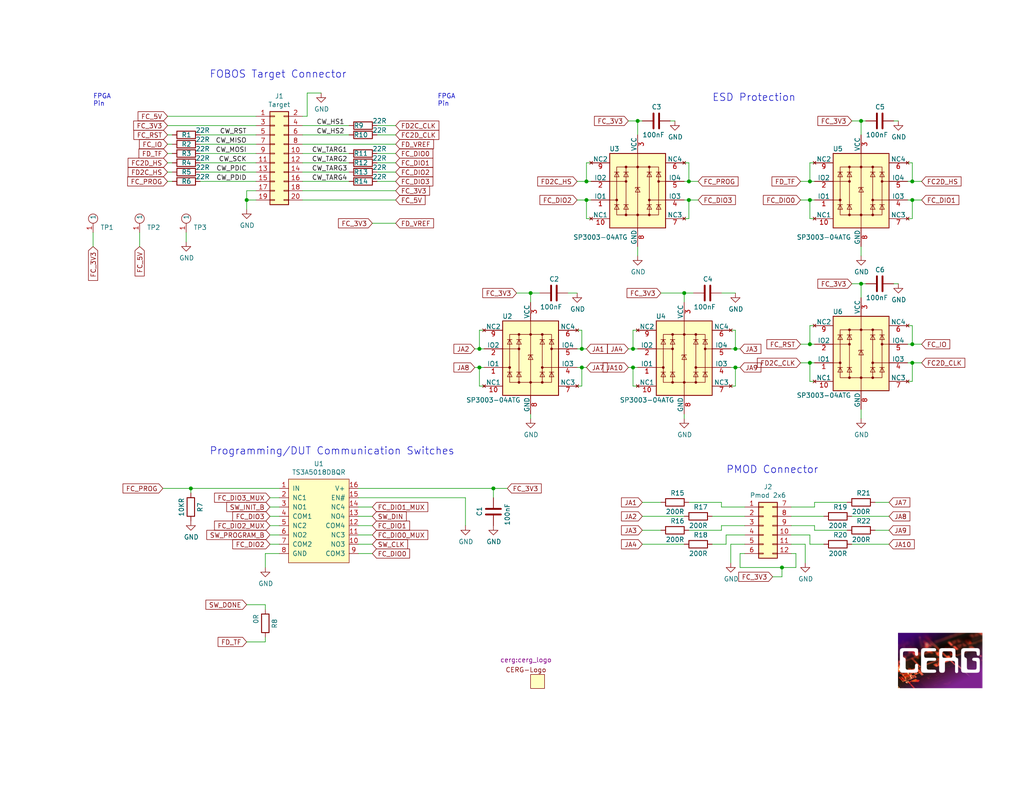
<source format=kicad_sch>
(kicad_sch (version 20230121) (generator eeschema)
  (paper "USLetter")
  (title_block (title "FOBOS Artix-7 a12t DUT - Connectors, IO") (date "2020-07-28") (rev "1.1") (company "Cryptographic Engineering Research Group") (comment 1 "License: Apache License Version 2.0") (comment 2 "Copyright © Cryptographic Engineering Research Group") (comment 3 "Author: Jens-Peter Kaps, Eddie Ferrufino") (comment 4 "Project: FOBOS Artix-7 a12t DUT"))
  (lib_symbols
    (symbol "Connector_Generic:Conn_02x06_Top_Bottom" (pin_names (offset 1.016) hide)
      (property "Reference" "J" (at 1.27 7.62 0))
      (property "Value" "Conn_02x06_Top_Bottom" (at 1.27 -10.16 0))
      (symbol "Conn_02x06_Top_Bottom_1_1"
        (pin passive line (at -5.08 5.08 0) (length 3.81) (name "Pin_1") (number "1"))
        (pin passive line (at 7.62 -2.54 180) (length 3.81) (name "Pin_10") (number "10"))
        (pin passive line (at 7.62 -5.08 180) (length 3.81) (name "Pin_11") (number "11"))
        (pin passive line (at 7.62 -7.62 180) (length 3.81) (name "Pin_12") (number "12"))
        (pin passive line (at -5.08 2.54 0) (length 3.81) (name "Pin_2") (number "2"))
        (pin passive line (at -5.08 0 0) (length 3.81) (name "Pin_3") (number "3"))
        (pin passive line (at -5.08 -2.54 0) (length 3.81) (name "Pin_4") (number "4"))
        (pin passive line (at -5.08 -5.08 0) (length 3.81) (name "Pin_5") (number "5"))
        (pin passive line (at -5.08 -7.62 0) (length 3.81) (name "Pin_6") (number "6"))
        (pin passive line (at 7.62 5.08 180) (length 3.81) (name "Pin_7") (number "7"))
        (pin passive line (at 7.62 2.54 180) (length 3.81) (name "Pin_8") (number "8"))
        (pin passive line (at 7.62 0 180) (length 3.81) (name "Pin_9") (number "9"))
      )
    )
    (symbol "Connector_Generic:Conn_02x10_Odd_Even" (pin_names (offset 1.016) hide)
      (property "Reference" "J" (at 1.27 12.7 0))
      (property "Value" "Conn_02x10_Odd_Even" (at 1.27 -15.24 0))
      (symbol "Conn_02x10_Odd_Even_1_1"
        (pin passive line (at -5.08 10.16 0) (length 3.81) (name "Pin_1") (number "1"))
        (pin passive line (at 7.62 0 180) (length 3.81) (name "Pin_10") (number "10"))
        (pin passive line (at -5.08 -2.54 0) (length 3.81) (name "Pin_11") (number "11"))
        (pin passive line (at 7.62 -2.54 180) (length 3.81) (name "Pin_12") (number "12"))
        (pin passive line (at -5.08 -5.08 0) (length 3.81) (name "Pin_13") (number "13"))
        (pin passive line (at 7.62 -5.08 180) (length 3.81) (name "Pin_14") (number "14"))
        (pin passive line (at -5.08 -7.62 0) (length 3.81) (name "Pin_15") (number "15"))
        (pin passive line (at 7.62 -7.62 180) (length 3.81) (name "Pin_16") (number "16"))
        (pin passive line (at -5.08 -10.16 0) (length 3.81) (name "Pin_17") (number "17"))
        (pin passive line (at 7.62 -10.16 180) (length 3.81) (name "Pin_18") (number "18"))
        (pin passive line (at -5.08 -12.7 0) (length 3.81) (name "Pin_19") (number "19"))
        (pin passive line (at 7.62 10.16 180) (length 3.81) (name "Pin_2") (number "2"))
        (pin passive line (at 7.62 -12.7 180) (length 3.81) (name "Pin_20") (number "20"))
        (pin passive line (at -5.08 7.62 0) (length 3.81) (name "Pin_3") (number "3"))
        (pin passive line (at 7.62 7.62 180) (length 3.81) (name "Pin_4") (number "4"))
        (pin passive line (at -5.08 5.08 0) (length 3.81) (name "Pin_5") (number "5"))
        (pin passive line (at 7.62 5.08 180) (length 3.81) (name "Pin_6") (number "6"))
        (pin passive line (at -5.08 2.54 0) (length 3.81) (name "Pin_7") (number "7"))
        (pin passive line (at 7.62 2.54 180) (length 3.81) (name "Pin_8") (number "8"))
        (pin passive line (at -5.08 0 0) (length 3.81) (name "Pin_9") (number "9"))
      )
    )
    (symbol "Device:C" (pin_numbers hide) (pin_names (offset 0.254))
      (property "Reference" "C" (at 0.635 2.54 0))
      (property "Value" "C" (at 0.635 -2.54 0))
      (symbol "C_1_1"
        (pin passive line (at 0 3.81 270) (length 2.794) (name "~") (number "1"))
        (pin passive line (at 0 -3.81 90) (length 2.794) (name "~") (number "2"))
      )
    )
    (symbol "Device:R" (pin_numbers hide) (pin_names (offset 0))
      (property "Reference" "R" (at 2.032 0 90))
      (property "Value" "R" (at 0 0 90))
      (symbol "R_1_1"
        (pin passive line (at 0 3.81 270) (length 1.27) (name "~") (number "1"))
        (pin passive line (at 0 -3.81 90) (length 1.27) (name "~") (number "2"))
      )
    )
    (symbol "cerg:5281" (pin_names (offset 1.016))
      (property "Reference" "TP" (at 2.54 -3.81 0))
      (property "Value" "5281" (at 3.81 -1.27 0))
      (symbol "5281_1_1"
        (pin passive line (at 0 -2.54 90) (length 2.54) (name "1") (number "1"))
      )
    )
    (symbol "cerg:CERG-logo" (pin_names (offset 1.016) hide)
      (property "Footprint" "cerg:cerg" (at -2.54 4.445 0))
      (symbol "CERG-logo_0_0"
        (text "CERG-Logo" (at 0 1.27 0) (effects (font (size 1.27 1.27))))
      )
      (symbol "CERG-logo_1_1"
        (pin input line (at -1.27 -2.54 0) (length 2.54) hide (name "dummy") (number "1"))
      )
    )
    (symbol "cerg:SP3003-04ATG" (pin_names (offset 0))
      (property "Reference" "U" (at -6.35 11.43 0))
      (property "Value" "SP3003-04ATG" (at 2.54 -11.43 0))
      (symbol "SP3003-04ATG_1_1"
        (pin passive line (at -12.7 2.54 0) (length 5.08) (name "IO1") (number "1"))
        (pin no_connect line (at -12.7 7.62 0) (length 5.08) (name "NC1") (number "10"))
        (pin passive line (at -12.7 -2.54 0) (length 5.08) (name "IO2") (number "2"))
        (pin passive line (at 0 -15.24 90) (length 5.08) (name "VCC") (number "3"))
        (pin passive line (at 12.7 2.54 180) (length 5.08) (name "IO3") (number "4"))
        (pin passive line (at 12.7 -2.54 180) (length 5.08) (name "IO4") (number "5"))
        (pin no_connect line (at 12.7 -7.62 180) (length 5.08) (name "NC4") (number "6"))
        (pin no_connect line (at 12.7 7.62 180) (length 5.08) (name "NC3") (number "7"))
        (pin passive line (at 0 15.24 270) (length 5.08) (name "GND") (number "8"))
        (pin no_connect line (at -12.7 -7.62 0) (length 5.08) (name "NC2") (number "9"))
      )
    )
    (symbol "cerg:TS3A5018DBQR" (pin_names (offset 1.016))
      (property "Reference" "U" (at 7.62 1.27 0))
      (property "Value" "TS3A5018DBQR" (at 7.62 -24.13 0))
      (symbol "TS3A5018DBQR_1_1"
        (pin passive line (at -2.54 -2.54 0) (length 2.54) (name "IN") (number "1"))
        (pin passive line (at 19.05 -17.78 180) (length 2.54) (name "NO3") (number "10"))
        (pin passive line (at 19.05 -15.24 180) (length 2.54) (name "NC3") (number "11"))
        (pin passive line (at 19.05 -12.7 180) (length 2.54) (name "COM4") (number "12"))
        (pin passive line (at 19.05 -10.16 180) (length 2.54) (name "NO4") (number "13"))
        (pin passive line (at 19.05 -7.62 180) (length 2.54) (name "NC4") (number "14"))
        (pin passive line (at 19.05 -5.08 180) (length 2.54) (name "EN#") (number "15"))
        (pin passive line (at 19.05 -2.54 180) (length 2.54) (name "V+") (number "16"))
        (pin passive line (at -2.54 -5.08 0) (length 2.54) (name "NC1") (number "2"))
        (pin passive line (at -2.54 -7.62 0) (length 2.54) (name "NO1") (number "3"))
        (pin passive line (at -2.54 -10.16 0) (length 2.54) (name "COM1") (number "4"))
        (pin passive line (at -2.54 -12.7 0) (length 2.54) (name "NC2") (number "5"))
        (pin passive line (at -2.54 -15.24 0) (length 2.54) (name "NO2") (number "6"))
        (pin passive line (at -2.54 -17.78 0) (length 2.54) (name "COM2") (number "7"))
        (pin passive line (at -2.54 -20.32 0) (length 2.54) (name "GND") (number "8"))
        (pin passive line (at 19.05 -20.32 180) (length 2.54) (name "COM3") (number "9"))
      )
    )
    (symbol "power:GND" (power) (pin_names (offset 0))
      (property "Value" "GND" (at 0 -3.81 0))
      (symbol "GND_1_1"
        (pin power_in line (at 0 0 270) (length 0) hide (name "GND") (number "1"))
      )
    )
  )
  (junction (at 248.92 93.98))
  (junction (at 173.99 33.02))
  (junction (at 200.66 95.25))
  (junction (at 248.92 54.61))
  (junction (at 220.98 93.98))
  (junction (at 248.92 49.53))
  (junction (at 158.75 100.33))
  (junction (at 186.69 80.01))
  (junction (at 52.07 133.35))
  (junction (at 220.98 99.06))
  (junction (at 220.98 49.53))
  (junction (at 248.92 99.06))
  (junction (at 187.96 54.61))
  (junction (at 134.62 133.35))
  (junction (at 144.78 80.01))
  (junction (at 187.96 49.53))
  (junction (at 234.95 77.47))
  (junction (at 213.36 154.94))
  (junction (at 220.98 54.61))
  (junction (at 234.95 33.02))
  (junction (at 67.31 54.61))
  (junction (at 160.02 49.53))
  (junction (at 158.75 95.25))
  (junction (at 130.81 100.33))
  (junction (at 130.81 95.25))
  (junction (at 200.66 100.33))
  (junction (at 172.72 100.33))
  (junction (at 160.02 54.61))
  (junction (at 172.72 95.25))
  (wire (pts (xy 215.9 146.05) (xy 220.98 146.05)))
  (wire (pts (xy 130.81 90.17) (xy 130.81 95.25)))
  (wire (pts (xy 200.66 90.17) (xy 200.66 95.25)))
  (wire (pts (xy 173.99 90.17) (xy 172.72 90.17)))
  (wire (pts (xy 172.72 105.41) (xy 172.72 100.33)))
  (wire (pts (xy 76.2 133.35) (xy 52.07 133.35)))
  (wire (pts (xy 219.71 148.59) (xy 219.71 153.67)))
  (wire (pts (xy 25.4 67.31) (xy 25.4 63.5)))
  (wire (pts (xy 82.55 34.29) (xy 95.25 34.29)))
  (wire (pts (xy 220.98 54.61) (xy 222.25 54.61)))
  (wire (pts (xy 45.72 44.45) (xy 46.99 44.45)))
  (wire (pts (xy 130.81 95.25) (xy 132.08 95.25)))
  (wire (pts (xy 132.08 105.41) (xy 130.81 105.41)))
  (wire (pts (xy 102.87 46.99) (xy 107.95 46.99)))
  (wire (pts (xy 222.25 104.14) (xy 220.98 104.14)))
  (wire (pts (xy 54.61 46.99) (xy 69.85 46.99)))
  (wire (pts (xy 130.81 100.33) (xy 132.08 100.33)))
  (wire (pts (xy 222.25 143.51) (xy 222.25 144.78)))
  (wire (pts (xy 186.69 80.01) (xy 189.23 80.01)))
  (wire (pts (xy 218.44 99.06) (xy 220.98 99.06)))
  (wire (pts (xy 247.65 93.98) (xy 248.92 93.98)))
  (wire (pts (xy 157.48 90.17) (xy 158.75 90.17)))
  (wire (pts (xy 82.55 49.53) (xy 95.25 49.53)))
  (wire (pts (xy 220.98 44.45) (xy 222.25 44.45)))
  (wire (pts (xy 234.95 69.85) (xy 234.95 67.31)))
  (wire (pts (xy 199.39 100.33) (xy 200.66 100.33)))
  (wire (pts (xy 157.48 54.61) (xy 160.02 54.61)))
  (wire (pts (xy 173.99 67.31) (xy 173.99 69.85)))
  (wire (pts (xy 83.82 31.75) (xy 83.82 25.4)))
  (wire (pts (xy 154.94 80.01) (xy 157.48 80.01)))
  (wire (pts (xy 199.39 90.17) (xy 200.66 90.17)))
  (wire (pts (xy 45.72 41.91) (xy 46.99 41.91)))
  (wire (pts (xy 218.44 93.98) (xy 220.98 93.98)))
  (wire (pts (xy 200.66 100.33) (xy 201.93 100.33)))
  (wire (pts (xy 187.96 54.61) (xy 187.96 59.69)))
  (wire (pts (xy 186.69 148.59) (xy 175.26 148.59)))
  (wire (pts (xy 101.6 151.13) (xy 97.79 151.13)))
  (wire (pts (xy 196.85 137.16) (xy 196.85 138.43)))
  (wire (pts (xy 232.41 77.47) (xy 234.95 77.47)))
  (wire (pts (xy 50.8 66.04) (xy 50.8 63.5)))
  (wire (pts (xy 222.25 144.78) (xy 231.14 144.78)))
  (wire (pts (xy 200.66 95.25) (xy 199.39 95.25)))
  (wire (pts (xy 76.2 138.43) (xy 73.66 138.43)))
  (wire (pts (xy 144.78 80.01) (xy 140.97 80.01)))
  (wire (pts (xy 180.34 137.16) (xy 175.26 137.16)))
  (wire (pts (xy 54.61 44.45) (xy 69.85 44.45)))
  (wire (pts (xy 101.6 60.96) (xy 107.95 60.96)))
  (wire (pts (xy 171.45 33.02) (xy 173.99 33.02)))
  (wire (pts (xy 67.31 52.07) (xy 69.85 52.07)))
  (wire (pts (xy 198.12 146.05) (xy 203.2 146.05)))
  (wire (pts (xy 215.9 138.43) (xy 222.25 138.43)))
  (wire (pts (xy 243.84 77.47) (xy 245.11 77.47)))
  (wire (pts (xy 196.85 138.43) (xy 203.2 138.43)))
  (wire (pts (xy 187.96 49.53) (xy 190.5 49.53)))
  (wire (pts (xy 38.1 67.31) (xy 38.1 63.5)))
  (wire (pts (xy 251.46 99.06) (xy 248.92 99.06)))
  (wire (pts (xy 173.99 105.41) (xy 172.72 105.41)))
  (wire (pts (xy 97.79 133.35) (xy 134.62 133.35)))
  (wire (pts (xy 194.31 148.59) (xy 198.12 148.59)))
  (wire (pts (xy 127 135.89) (xy 127 143.51)))
  (wire (pts (xy 102.87 34.29) (xy 107.95 34.29)))
  (wire (pts (xy 247.65 88.9) (xy 248.92 88.9)))
  (wire (pts (xy 102.87 41.91) (xy 107.95 41.91)))
  (wire (pts (xy 218.44 54.61) (xy 220.98 54.61)))
  (wire (pts (xy 248.92 49.53) (xy 251.46 49.53)))
  (wire (pts (xy 134.62 133.35) (xy 138.43 133.35)))
  (wire (pts (xy 67.31 54.61) (xy 69.85 54.61)))
  (wire (pts (xy 196.85 143.51) (xy 203.2 143.51)))
  (wire (pts (xy 54.61 36.83) (xy 69.85 36.83)))
  (wire (pts (xy 217.17 151.13) (xy 215.9 151.13)))
  (wire (pts (xy 144.78 113.03) (xy 144.78 114.3)))
  (wire (pts (xy 215.9 148.59) (xy 219.71 148.59)))
  (wire (pts (xy 247.65 104.14) (xy 248.92 104.14)))
  (wire (pts (xy 76.2 146.05) (xy 73.66 146.05)))
  (wire (pts (xy 186.69 80.01) (xy 180.34 80.01)))
  (wire (pts (xy 248.92 88.9) (xy 248.92 93.98)))
  (wire (pts (xy 220.98 104.14) (xy 220.98 99.06)))
  (wire (pts (xy 54.61 41.91) (xy 69.85 41.91)))
  (wire (pts (xy 186.69 82.55) (xy 186.69 80.01)))
  (wire (pts (xy 213.36 157.48) (xy 213.36 154.94)))
  (wire (pts (xy 72.39 165.1) (xy 67.31 165.1)))
  (wire (pts (xy 194.31 140.97) (xy 203.2 140.97)))
  (wire (pts (xy 82.55 54.61) (xy 107.95 54.61)))
  (wire (pts (xy 45.72 34.29) (xy 69.85 34.29)))
  (wire (pts (xy 132.08 90.17) (xy 130.81 90.17)))
  (wire (pts (xy 101.6 140.97) (xy 97.79 140.97)))
  (wire (pts (xy 232.41 140.97) (xy 242.57 140.97)))
  (wire (pts (xy 101.6 138.43) (xy 97.79 138.43)))
  (wire (pts (xy 97.79 135.89) (xy 127 135.89)))
  (wire (pts (xy 222.25 137.16) (xy 231.14 137.16)))
  (wire (pts (xy 160.02 54.61) (xy 160.02 59.69)))
  (wire (pts (xy 82.55 44.45) (xy 95.25 44.45)))
  (wire (pts (xy 236.22 33.02) (xy 234.95 33.02)))
  (wire (pts (xy 160.02 49.53) (xy 161.29 49.53)))
  (wire (pts (xy 101.6 146.05) (xy 97.79 146.05)))
  (wire (pts (xy 130.81 105.41) (xy 130.81 100.33)))
  (wire (pts (xy 173.99 33.02) (xy 173.99 36.83)))
  (wire (pts (xy 76.2 140.97) (xy 73.66 140.97)))
  (wire (pts (xy 134.62 135.89) (xy 134.62 133.35)))
  (wire (pts (xy 83.82 25.4) (xy 87.63 25.4)))
  (wire (pts (xy 76.2 151.13) (xy 72.39 151.13)))
  (wire (pts (xy 232.41 33.02) (xy 234.95 33.02)))
  (wire (pts (xy 158.75 105.41) (xy 158.75 100.33)))
  (wire (pts (xy 101.6 148.59) (xy 97.79 148.59)))
  (wire (pts (xy 198.12 148.59) (xy 198.12 146.05)))
  (wire (pts (xy 186.69 49.53) (xy 187.96 49.53)))
  (wire (pts (xy 186.69 44.45) (xy 187.96 44.45)))
  (wire (pts (xy 101.6 143.51) (xy 97.79 143.51)))
  (wire (pts (xy 186.69 140.97) (xy 175.26 140.97)))
  (wire (pts (xy 82.55 36.83) (xy 95.25 36.83)))
  (wire (pts (xy 160.02 59.69) (xy 161.29 59.69)))
  (wire (pts (xy 248.92 44.45) (xy 248.92 49.53)))
  (wire (pts (xy 199.39 105.41) (xy 200.66 105.41)))
  (wire (pts (xy 54.61 49.53) (xy 69.85 49.53)))
  (wire (pts (xy 203.2 151.13) (xy 201.93 151.13)))
  (wire (pts (xy 157.48 49.53) (xy 160.02 49.53)))
  (wire (pts (xy 218.44 49.53) (xy 220.98 49.53)))
  (wire (pts (xy 234.95 114.3) (xy 234.95 111.76)))
  (wire (pts (xy 157.48 100.33) (xy 158.75 100.33)))
  (wire (pts (xy 182.88 33.02) (xy 184.15 33.02)))
  (wire (pts (xy 186.69 54.61) (xy 187.96 54.61)))
  (wire (pts (xy 220.98 93.98) (xy 222.25 93.98)))
  (wire (pts (xy 187.96 144.78) (xy 196.85 144.78)))
  (wire (pts (xy 54.61 39.37) (xy 69.85 39.37)))
  (wire (pts (xy 82.55 46.99) (xy 95.25 46.99)))
  (wire (pts (xy 220.98 99.06) (xy 222.25 99.06)))
  (wire (pts (xy 186.69 113.03) (xy 186.69 114.3)))
  (wire (pts (xy 158.75 90.17) (xy 158.75 95.25)))
  (wire (pts (xy 248.92 104.14) (xy 248.92 99.06)))
  (wire (pts (xy 247.65 49.53) (xy 248.92 49.53)))
  (wire (pts (xy 52.07 134.62) (xy 52.07 133.35)))
  (wire (pts (xy 220.98 148.59) (xy 224.79 148.59)))
  (wire (pts (xy 234.95 33.02) (xy 234.95 36.83)))
  (wire (pts (xy 173.99 100.33) (xy 172.72 100.33)))
  (wire (pts (xy 232.41 148.59) (xy 242.57 148.59)))
  (wire (pts (xy 220.98 59.69) (xy 220.98 54.61)))
  (wire (pts (xy 160.02 49.53) (xy 160.02 44.45)))
  (wire (pts (xy 144.78 82.55) (xy 144.78 80.01)))
  (wire (pts (xy 172.72 100.33) (xy 171.45 100.33)))
  (wire (pts (xy 238.76 144.78) (xy 242.57 144.78)))
  (wire (pts (xy 247.65 59.69) (xy 248.92 59.69)))
  (wire (pts (xy 157.48 105.41) (xy 158.75 105.41)))
  (wire (pts (xy 102.87 49.53) (xy 107.95 49.53)))
  (wire (pts (xy 200.66 105.41) (xy 200.66 100.33)))
  (wire (pts (xy 175.26 33.02) (xy 173.99 33.02)))
  (wire (pts (xy 220.98 146.05) (xy 220.98 148.59)))
  (wire (pts (xy 187.96 137.16) (xy 196.85 137.16)))
  (wire (pts (xy 144.78 80.01) (xy 147.32 80.01)))
  (wire (pts (xy 158.75 100.33) (xy 160.02 100.33)))
  (wire (pts (xy 187.96 44.45) (xy 187.96 49.53)))
  (wire (pts (xy 172.72 95.25) (xy 171.45 95.25)))
  (wire (pts (xy 201.93 154.94) (xy 213.36 154.94)))
  (wire (pts (xy 243.84 33.02) (xy 245.11 33.02)))
  (wire (pts (xy 160.02 95.25) (xy 158.75 95.25)))
  (wire (pts (xy 72.39 173.99) (xy 72.39 175.26)))
  (wire (pts (xy 160.02 54.61) (xy 161.29 54.61)))
  (wire (pts (xy 234.95 77.47) (xy 234.95 81.28)))
  (wire (pts (xy 82.55 41.91) (xy 95.25 41.91)))
  (wire (pts (xy 45.72 49.53) (xy 46.99 49.53)))
  (wire (pts (xy 160.02 44.45) (xy 161.29 44.45)))
  (wire (pts (xy 45.72 31.75) (xy 69.85 31.75)))
  (wire (pts (xy 76.2 143.51) (xy 73.66 143.51)))
  (wire (pts (xy 76.2 148.59) (xy 73.66 148.59)))
  (wire (pts (xy 82.55 31.75) (xy 83.82 31.75)))
  (wire (pts (xy 247.65 44.45) (xy 248.92 44.45)))
  (wire (pts (xy 158.75 95.25) (xy 157.48 95.25)))
  (wire (pts (xy 213.36 154.94) (xy 217.17 154.94)))
  (wire (pts (xy 45.72 39.37) (xy 46.99 39.37)))
  (wire (pts (xy 220.98 44.45) (xy 220.98 49.53)))
  (wire (pts (xy 102.87 44.45) (xy 107.95 44.45)))
  (wire (pts (xy 72.39 166.37) (xy 72.39 165.1)))
  (wire (pts (xy 67.31 54.61) (xy 67.31 52.07)))
  (wire (pts (xy 72.39 151.13) (xy 72.39 154.94)))
  (wire (pts (xy 82.55 39.37) (xy 107.95 39.37)))
  (wire (pts (xy 201.93 95.25) (xy 200.66 95.25)))
  (wire (pts (xy 248.92 59.69) (xy 248.92 54.61)))
  (wire (pts (xy 45.72 36.83) (xy 46.99 36.83)))
  (wire (pts (xy 220.98 93.98) (xy 220.98 88.9)))
  (wire (pts (xy 217.17 154.94) (xy 217.17 151.13)))
  (wire (pts (xy 199.39 148.59) (xy 199.39 153.67)))
  (wire (pts (xy 45.72 46.99) (xy 46.99 46.99)))
  (wire (pts (xy 215.9 140.97) (xy 224.79 140.97)))
  (wire (pts (xy 187.96 59.69) (xy 186.69 59.69)))
  (wire (pts (xy 203.2 148.59) (xy 199.39 148.59)))
  (wire (pts (xy 238.76 137.16) (xy 242.57 137.16)))
  (wire (pts (xy 201.93 151.13) (xy 201.93 154.94)))
  (wire (pts (xy 76.2 135.89) (xy 73.66 135.89)))
  (wire (pts (xy 222.25 138.43) (xy 222.25 137.16)))
  (wire (pts (xy 67.31 57.15) (xy 67.31 54.61)))
  (wire (pts (xy 248.92 54.61) (xy 251.46 54.61)))
  (wire (pts (xy 236.22 77.47) (xy 234.95 77.47)))
  (wire (pts (xy 72.39 175.26) (xy 67.31 175.26)))
  (wire (pts (xy 222.25 59.69) (xy 220.98 59.69)))
  (wire (pts (xy 187.96 54.61) (xy 190.5 54.61)))
  (wire (pts (xy 102.87 36.83) (xy 107.95 36.83)))
  (wire (pts (xy 82.55 52.07) (xy 107.95 52.07)))
  (wire (pts (xy 129.54 95.25) (xy 130.81 95.25)))
  (wire (pts (xy 248.92 93.98) (xy 251.46 93.98)))
  (wire (pts (xy 215.9 143.51) (xy 222.25 143.51)))
  (wire (pts (xy 196.85 144.78) (xy 196.85 143.51)))
  (wire (pts (xy 220.98 49.53) (xy 222.25 49.53)))
  (wire (pts (xy 220.98 88.9) (xy 222.25 88.9)))
  (wire (pts (xy 196.85 80.01) (xy 200.66 80.01)))
  (wire (pts (xy 129.54 100.33) (xy 130.81 100.33)))
  (wire (pts (xy 247.65 54.61) (xy 248.92 54.61)))
  (wire (pts (xy 172.72 90.17) (xy 172.72 95.25)))
  (wire (pts (xy 210.82 157.48) (xy 213.36 157.48)))
  (wire (pts (xy 248.92 99.06) (xy 247.65 99.06)))
  (wire (pts (xy 172.72 95.25) (xy 173.99 95.25)))
  (wire (pts (xy 44.45 133.35) (xy 52.07 133.35)))
  (wire (pts (xy 180.34 144.78) (xy 175.26 144.78)))
  (image (at 256.54 180.34) (scale 0.85))
  (text "Programming/DUT Communication Switches" (at 57.15 124.46 0) (effects (font (size 2.0066 2.0066)) (justify left bottom)))
  (text "FPGA\nPin" (at 119.38 29.21 0) (effects (font (size 1.27 1.27)) (justify left bottom)))
  (text "ESD Protection" (at 194.31 27.94 0) (effects (font (size 2.0066 2.0066)) (justify left bottom)))
  (text "FPGA\nPin" (at 25.4 29.21 0) (effects (font (size 1.27 1.27)) (justify left bottom)))
  (text "PMOD Connector" (at 198.12 129.54 0) (effects (font (size 2.0066 2.0066)) (justify left bottom)))
  (text "FOBOS Target Connector" (at 57.15 21.59 0) (effects (font (size 2.0066 2.0066)) (justify left bottom)))
  (label "CW_TARG2" (at 85.09 44.45 0))
  (label "CW_RST" (at 67.31 36.83 180))
  (label "CW_TARG1" (at 85.09 41.91 0))
  (label "CW_HS2" (at 86.36 36.83 0))
  (label "CW_TARG4" (at 85.09 49.53 0))
  (label "CW_SCK" (at 67.31 44.45 180))
  (label "CW_MOSI" (at 67.31 41.91 180))
  (label "CW_MISO" (at 67.31 39.37 180))
  (label "CW_PDID" (at 67.31 49.53 180))
  (label "CW_PDIC" (at 67.31 46.99 180))
  (label "CW_TARG3" (at 85.09 46.99 0))
  (label "CW_HS1" (at 86.36 34.29 0))
  (global_label "FC_3V3" (shape input) (at 45.72 34.29 180) (property "Intersheetrefs" "${INTERSHEET_REFS}" (effects hide)))
  (global_label "JA8" (shape input) (at 242.57 140.97 0) (property "Intersheetrefs" "${INTERSHEET_REFS}" (effects hide)))
  (global_label "FC2D_HS" (shape input) (at 251.46 49.53 0) (property "Intersheetrefs" "${INTERSHEET_REFS}" (effects hide)))
  (global_label "FC_IO" (shape input) (at 45.72 39.37 180) (property "Intersheetrefs" "${INTERSHEET_REFS}" (effects hide)))
  (global_label "FC_3V3" (shape input) (at 210.82 157.48 180) (property "Intersheetrefs" "${INTERSHEET_REFS}" (effects hide)))
  (global_label "JA10" (shape input) (at 242.57 148.59 0) (property "Intersheetrefs" "${INTERSHEET_REFS}" (effects hide)))
  (global_label "FC_PROG" (shape input) (at 44.45 133.35 180) (property "Intersheetrefs" "${INTERSHEET_REFS}" (effects hide)))
  (global_label "JA4" (shape input) (at 171.45 95.25 180) (property "Intersheetrefs" "${INTERSHEET_REFS}" (effects hide)))
  (global_label "JA1" (shape input) (at 175.26 137.16 180) (property "Intersheetrefs" "${INTERSHEET_REFS}" (effects hide)))
  (global_label "FC_3V3" (shape input) (at 107.95 52.07 0) (property "Intersheetrefs" "${INTERSHEET_REFS}" (effects hide)))
  (global_label "FC_3V3" (shape input) (at 101.6 60.96 180) (property "Intersheetrefs" "${INTERSHEET_REFS}" (effects hide)))
  (global_label "FC_3V3" (shape input) (at 171.45 33.02 180) (property "Intersheetrefs" "${INTERSHEET_REFS}" (effects hide)))
  (global_label "FC_DIO0_MUX" (shape input) (at 101.6 146.05 0) (property "Intersheetrefs" "${INTERSHEET_REFS}" (effects hide)))
  (global_label "FC_IO" (shape input) (at 251.46 93.98 0) (property "Intersheetrefs" "${INTERSHEET_REFS}" (effects hide)))
  (global_label "FC_DIO1" (shape input) (at 107.95 44.45 0) (property "Intersheetrefs" "${INTERSHEET_REFS}" (effects hide)))
  (global_label "FC_RST" (shape input) (at 218.44 93.98 180) (property "Intersheetrefs" "${INTERSHEET_REFS}" (effects hide)))
  (global_label "JA10" (shape input) (at 171.45 100.33 180) (property "Intersheetrefs" "${INTERSHEET_REFS}" (effects hide)))
  (global_label "FC_3V3" (shape input) (at 138.43 133.35 0) (property "Intersheetrefs" "${INTERSHEET_REFS}" (effects hide)))
  (global_label "FC_PROG" (shape input) (at 190.5 49.53 0) (property "Intersheetrefs" "${INTERSHEET_REFS}" (effects hide)))
  (global_label "SW_PROGRAM_B" (shape input) (at 73.66 146.05 180) (property "Intersheetrefs" "${INTERSHEET_REFS}" (effects hide)))
  (global_label "FD2C_CLK" (shape input) (at 218.44 99.06 180) (property "Intersheetrefs" "${INTERSHEET_REFS}" (effects hide)))
  (global_label "JA1" (shape input) (at 160.02 95.25 0) (property "Intersheetrefs" "${INTERSHEET_REFS}" (effects hide)))
  (global_label "FC_5V" (shape input) (at 107.95 54.61 0) (property "Intersheetrefs" "${INTERSHEET_REFS}" (effects hide)))
  (global_label "FC_DIO1" (shape input) (at 101.6 143.51 0) (property "Intersheetrefs" "${INTERSHEET_REFS}" (effects hide)))
  (global_label "FC2D_CLK" (shape input) (at 107.95 36.83 0) (property "Intersheetrefs" "${INTERSHEET_REFS}" (effects hide)))
  (global_label "FD_VREF" (shape input) (at 107.95 39.37 0) (property "Intersheetrefs" "${INTERSHEET_REFS}" (effects hide)))
  (global_label "FC_DIO3" (shape input) (at 190.5 54.61 0) (property "Intersheetrefs" "${INTERSHEET_REFS}" (effects hide)))
  (global_label "FC_PROG" (shape input) (at 45.72 49.53 180) (property "Intersheetrefs" "${INTERSHEET_REFS}" (effects hide)))
  (global_label "FC_DIO3" (shape input) (at 107.95 49.53 0) (property "Intersheetrefs" "${INTERSHEET_REFS}" (effects hide)))
  (global_label "FC_DIO0" (shape input) (at 218.44 54.61 180) (property "Intersheetrefs" "${INTERSHEET_REFS}" (effects hide)))
  (global_label "JA2" (shape input) (at 129.54 95.25 180) (property "Intersheetrefs" "${INTERSHEET_REFS}" (effects hide)))
  (global_label "FC_DIO1_MUX" (shape input) (at 101.6 138.43 0) (property "Intersheetrefs" "${INTERSHEET_REFS}" (effects hide)))
  (global_label "FC_3V3" (shape input) (at 25.4 67.31 270) (property "Intersheetrefs" "${INTERSHEET_REFS}" (effects hide)))
  (global_label "FD_TF" (shape input) (at 67.31 175.26 180) (property "Intersheetrefs" "${INTERSHEET_REFS}" (effects hide)))
  (global_label "FC_DIO2" (shape input) (at 107.95 46.99 0) (property "Intersheetrefs" "${INTERSHEET_REFS}" (effects hide)))
  (global_label "FC_DIO1" (shape input) (at 251.46 54.61 0) (property "Intersheetrefs" "${INTERSHEET_REFS}" (effects hide)))
  (global_label "FD2C_HS" (shape input) (at 45.72 46.99 180) (property "Intersheetrefs" "${INTERSHEET_REFS}" (effects hide)))
  (global_label "JA8" (shape input) (at 129.54 100.33 180) (property "Intersheetrefs" "${INTERSHEET_REFS}" (effects hide)))
  (global_label "FD2C_CLK" (shape input) (at 107.95 34.29 0) (property "Intersheetrefs" "${INTERSHEET_REFS}" (effects hide)))
  (global_label "FC_DIO0" (shape input) (at 101.6 151.13 0) (property "Intersheetrefs" "${INTERSHEET_REFS}" (effects hide)))
  (global_label "FC_3V3" (shape input) (at 180.34 80.01 180) (property "Intersheetrefs" "${INTERSHEET_REFS}" (effects hide)))
  (global_label "SW_CLK" (shape input) (at 101.6 148.59 0) (property "Intersheetrefs" "${INTERSHEET_REFS}" (effects hide)))
  (global_label "FC_3V3" (shape input) (at 140.97 80.01 180) (property "Intersheetrefs" "${INTERSHEET_REFS}" (effects hide)))
  (global_label "FC_DIO3_MUX" (shape input) (at 73.66 135.89 180) (property "Intersheetrefs" "${INTERSHEET_REFS}" (effects hide)))
  (global_label "JA4" (shape input) (at 175.26 148.59 180) (property "Intersheetrefs" "${INTERSHEET_REFS}" (effects hide)))
  (global_label "FC_DIO0" (shape input) (at 107.95 41.91 0) (property "Intersheetrefs" "${INTERSHEET_REFS}" (effects hide)))
  (global_label "FC_5V" (shape input) (at 45.72 31.75 180) (property "Intersheetrefs" "${INTERSHEET_REFS}" (effects hide)))
  (global_label "FC_DIO3" (shape input) (at 73.66 140.97 180) (property "Intersheetrefs" "${INTERSHEET_REFS}" (effects hide)))
  (global_label "JA9" (shape input) (at 242.57 144.78 0) (property "Intersheetrefs" "${INTERSHEET_REFS}" (effects hide)))
  (global_label "FC_DIO2_MUX" (shape input) (at 73.66 143.51 180) (property "Intersheetrefs" "${INTERSHEET_REFS}" (effects hide)))
  (global_label "FC2D_CLK" (shape input) (at 251.46 99.06 0) (property "Intersheetrefs" "${INTERSHEET_REFS}" (effects hide)))
  (global_label "FC_5V" (shape input) (at 38.1 67.31 270) (property "Intersheetrefs" "${INTERSHEET_REFS}" (effects hide)))
  (global_label "FD2C_HS" (shape input) (at 157.48 49.53 180) (property "Intersheetrefs" "${INTERSHEET_REFS}" (effects hide)))
  (global_label "SW_DIN" (shape input) (at 101.6 140.97 0) (property "Intersheetrefs" "${INTERSHEET_REFS}" (effects hide)))
  (global_label "JA9" (shape input) (at 201.93 100.33 0) (property "Intersheetrefs" "${INTERSHEET_REFS}" (effects hide)))
  (global_label "FC_DIO2" (shape input) (at 157.48 54.61 180) (property "Intersheetrefs" "${INTERSHEET_REFS}" (effects hide)))
  (global_label "FC_DIO2" (shape input) (at 73.66 148.59 180) (property "Intersheetrefs" "${INTERSHEET_REFS}" (effects hide)))
  (global_label "FD_VREF" (shape input) (at 107.95 60.96 0) (property "Intersheetrefs" "${INTERSHEET_REFS}" (effects hide)))
  (global_label "FC_3V3" (shape input) (at 232.41 77.47 180) (property "Intersheetrefs" "${INTERSHEET_REFS}" (effects hide)))
  (global_label "JA3" (shape input) (at 201.93 95.25 0) (property "Intersheetrefs" "${INTERSHEET_REFS}" (effects hide)))
  (global_label "FC2D_HS" (shape input) (at 45.72 44.45 180) (property "Intersheetrefs" "${INTERSHEET_REFS}" (effects hide)))
  (global_label "SW_INIT_B" (shape input) (at 73.66 138.43 180) (property "Intersheetrefs" "${INTERSHEET_REFS}" (effects hide)))
  (global_label "FC_3V3" (shape input) (at 232.41 33.02 180) (property "Intersheetrefs" "${INTERSHEET_REFS}" (effects hide)))
  (global_label "FD_TF" (shape input) (at 45.72 41.91 180) (property "Intersheetrefs" "${INTERSHEET_REFS}" (effects hide)))
  (global_label "FC_RST" (shape input) (at 45.72 36.83 180) (property "Intersheetrefs" "${INTERSHEET_REFS}" (effects hide)))
  (global_label "JA7" (shape input) (at 160.02 100.33 0) (property "Intersheetrefs" "${INTERSHEET_REFS}" (effects hide)))
  (global_label "SW_DONE" (shape input) (at 67.31 165.1 180) (property "Intersheetrefs" "${INTERSHEET_REFS}" (effects hide)))
  (global_label "FD_TF" (shape input) (at 218.44 49.53 180) (property "Intersheetrefs" "${INTERSHEET_REFS}" (effects hide)))
  (global_label "JA3" (shape input) (at 175.26 144.78 180) (property "Intersheetrefs" "${INTERSHEET_REFS}" (effects hide)))
  (global_label "JA7" (shape input) (at 242.57 137.16 0) (property "Intersheetrefs" "${INTERSHEET_REFS}" (effects hide)))
  (global_label "JA2" (shape input) (at 175.26 140.97 180) (property "Intersheetrefs" "${INTERSHEET_REFS}" (effects hide)))
  (symbol (lib_id "Connector_Generic:Conn_02x10_Odd_Even") (at 74.93 41.91 0) (unit 1)
    (property "Reference" "J1" (at 76.2 26.2382 0))
    (property "Value" "Target" (at 76.2 28.5496 0))
    (property "Footprint" "Connector_IDC:IDC-Header_2x10_P2.54mm_Horizontal" (effects hide))
    (property "Description" "CONN HEADER R/A 20POS 2.54MM" (effects hide))
    (property "MPN" "61202021721" (effects hide))
    (property "Manufacturer" "Würth Elektronik" (effects hide))
  )
  (symbol (lib_id "power:GND") (at 67.31 57.15 0) (unit 1)
    (property "Reference" "#PWR03" (effects hide))
    (property "Value" "GND" (at 67.437 61.5442 0))
  )
  (symbol (lib_id "power:GND") (at 87.63 25.4 0) (unit 1)
    (property "Reference" "#PWR05" (effects hide))
    (property "Value" "GND" (at 87.757 29.7942 0))
  )
  (symbol (lib_id "Device:R") (at 99.06 46.99 270) (unit 1)
    (property "Reference" "R13" (at 96.52 46.99 90) (effects (justify left)))
    (property "Value" "22R" (at 101.6 45.72 90) (effects (justify left)))
    (property "Footprint" "Resistor_SMD:R_0603_1608Metric" (effects hide))
    (property "Description" "RES 22 OHM 5% 1/10W 0603 SMD" (effects hide))
    (property "MPN" "ERJ-U03J220V" (effects hide))
    (property "Manufacturer" "Panasonic Electronic Components" (effects hide))
  )
  (symbol (lib_id "Device:R") (at 50.8 39.37 270) (unit 1)
    (property "Reference" "R2" (at 49.53 39.37 90) (effects (justify left)))
    (property "Value" "22R" (at 53.34 38.1 90) (effects (justify left)))
    (property "Footprint" "Resistor_SMD:R_0603_1608Metric" (effects hide))
    (property "Description" "RES 22 OHM 5% 1/10W 0603 SMD" (effects hide))
    (property "MPN" "ERJ-U03J220V" (effects hide))
    (property "Manufacturer" "Panasonic Electronic Components" (effects hide))
  )
  (symbol (lib_id "Device:R") (at 50.8 44.45 270) (unit 1)
    (property "Reference" "R4" (at 49.53 44.45 90) (effects (justify left)))
    (property "Value" "22R" (at 53.34 43.18 90) (effects (justify left)))
    (property "Footprint" "Resistor_SMD:R_0603_1608Metric" (effects hide))
    (property "Description" "RES 22 OHM 5% 1/10W 0603 SMD" (effects hide))
    (property "MPN" "ERJ-U03J220V" (effects hide))
    (property "Manufacturer" "Panasonic Electronic Components" (effects hide))
  )
  (symbol (lib_id "Device:R") (at 50.8 46.99 270) (unit 1)
    (property "Reference" "R5" (at 49.53 46.99 90) (effects (justify left)))
    (property "Value" "22R" (at 53.34 45.72 90) (effects (justify left)))
    (property "Footprint" "Resistor_SMD:R_0603_1608Metric" (effects hide))
    (property "Description" "RES 22 OHM 5% 1/10W 0603 SMD" (effects hide))
    (property "MPN" "ERJ-U03J220V" (effects hide))
    (property "Manufacturer" "Panasonic Electronic Components" (effects hide))
  )
  (symbol (lib_id "Device:R") (at 50.8 36.83 270) (unit 1)
    (property "Reference" "R1" (at 49.53 36.83 90) (effects (justify left)))
    (property "Value" "22R" (at 53.34 35.56 90) (effects (justify left)))
    (property "Footprint" "Resistor_SMD:R_0603_1608Metric" (effects hide))
    (property "Description" "RES 22 OHM 5% 1/10W 0603 SMD" (effects hide))
    (property "MPN" "ERJ-U03J220V" (effects hide))
    (property "Manufacturer" "Panasonic Electronic Components" (effects hide))
  )
  (symbol (lib_id "Device:R") (at 99.06 44.45 270) (unit 1)
    (property "Reference" "R12" (at 96.52 44.45 90) (effects (justify left)))
    (property "Value" "22R" (at 101.6 43.18 90) (effects (justify left)))
    (property "Footprint" "Resistor_SMD:R_0603_1608Metric" (effects hide))
    (property "Description" "RES 22 OHM 5% 1/10W 0603 SMD" (effects hide))
    (property "MPN" "ERJ-U03J220V" (effects hide))
    (property "Manufacturer" "Panasonic Electronic Components" (effects hide))
  )
  (symbol (lib_id "Device:R") (at 99.06 41.91 270) (unit 1)
    (property "Reference" "R11" (at 96.52 41.91 90) (effects (justify left)))
    (property "Value" "22R" (at 101.6 40.64 90) (effects (justify left)))
    (property "Footprint" "Resistor_SMD:R_0603_1608Metric" (effects hide))
    (property "Description" "RES 22 OHM 5% 1/10W 0603 SMD" (effects hide))
    (property "MPN" "ERJ-U03J220V" (effects hide))
    (property "Manufacturer" "Panasonic Electronic Components" (effects hide))
  )
  (symbol (lib_id "Device:R") (at 99.06 36.83 270) (unit 1)
    (property "Reference" "R10" (at 96.52 36.83 90) (effects (justify left)))
    (property "Value" "22R" (at 101.6 35.56 90) (effects (justify left)))
    (property "Footprint" "Resistor_SMD:R_0603_1608Metric" (effects hide))
    (property "Description" "RES 22 OHM 5% 1/10W 0603 SMD" (effects hide))
    (property "MPN" "ERJ-U03J220V" (effects hide))
    (property "Manufacturer" "Panasonic Electronic Components" (effects hide))
  )
  (symbol (lib_id "Device:R") (at 99.06 34.29 270) (unit 1)
    (property "Reference" "R9" (at 96.52 34.29 90) (effects (justify left)))
    (property "Value" "22R" (at 101.6 33.02 90) (effects (justify left)))
    (property "Footprint" "Resistor_SMD:R_0603_1608Metric" (effects hide))
    (property "Description" "RES 22 OHM 5% 1/10W 0603 SMD" (effects hide))
    (property "MPN" "ERJ-U03J220V" (effects hide))
    (property "Manufacturer" "Panasonic Electronic Components" (effects hide))
  )
  (symbol (lib_id "Device:R") (at 99.06 49.53 270) (unit 1)
    (property "Reference" "R14" (at 96.52 49.53 90) (effects (justify left)))
    (property "Value" "22R" (at 101.6 48.26 90) (effects (justify left)))
    (property "Footprint" "Resistor_SMD:R_0603_1608Metric" (effects hide))
    (property "Description" "RES 22 OHM 5% 1/10W 0603 SMD" (effects hide))
    (property "MPN" "ERJ-U03J220V" (effects hide))
    (property "Manufacturer" "Panasonic Electronic Components" (effects hide))
  )
  (symbol (lib_id "Device:R") (at 50.8 49.53 270) (unit 1)
    (property "Reference" "R6" (at 49.53 49.53 90) (effects (justify left)))
    (property "Value" "22R" (at 53.34 48.26 90) (effects (justify left)))
    (property "Footprint" "Resistor_SMD:R_0603_1608Metric" (effects hide))
    (property "Description" "RES 22 OHM 5% 1/10W 0603 SMD" (effects hide))
    (property "MPN" "ERJ-U03J220V" (effects hide))
    (property "Manufacturer" "Panasonic Electronic Components" (effects hide))
  )
  (symbol (lib_id "cerg:SP3003-04ATG") (at 173.99 52.07 0) (mirror x) (unit 1)
    (property "Reference" "U3" (at 167.64 40.64 0))
    (property "Value" "SP3003-04ATG" (at 163.83 64.77 0))
    (property "Footprint" "Package_SO:MSOP-10_3x3mm_P0.5mm" (effects hide))
    (property "Datasheet" "http://www.onsemi.com/pub/Collateral/SRV05-4-D.PDF" (effects hide))
    (property "Description" "TVS DIODE 6V 15V 10MSOP" (effects hide))
    (property "MPN" "SP3003-04ATG" (effects hide))
    (property "Manufacturer" "Littelfuse Inc." (effects hide))
  )
  (symbol (lib_id "power:GND") (at 173.99 69.85 0) (unit 1)
    (property "Reference" "#PWR010" (effects hide))
    (property "Value" "GND" (at 174.117 74.2442 0))
  )
  (symbol (lib_id "Device:C") (at 179.07 33.02 270) (unit 1)
    (property "Reference" "C3" (at 177.8 29.21 90) (effects (justify left)))
    (property "Value" "100nF" (at 175.26 36.83 90) (effects (justify left)))
    (property "Footprint" "Capacitor_SMD:C_0603_1608Metric" (effects hide))
    (property "Description" "CAP CER 0.1UF 6.3V X7R 0603" (effects hide))
    (property "MPN" "06036C104KAT4A" (effects hide))
    (property "Manufacturer" "AVX Corporation" (effects hide))
  )
  (symbol (lib_id "power:GND") (at 184.15 33.02 0) (unit 1)
    (property "Reference" "#PWR011" (effects hide))
    (property "Value" "GND" (at 184.277 37.4142 0))
  )
  (symbol (lib_id "cerg:SP3003-04ATG") (at 234.95 52.07 0) (mirror x) (unit 1)
    (property "Reference" "U5" (at 228.6 40.64 0))
    (property "Value" "SP3003-04ATG" (at 224.79 64.77 0))
    (property "Footprint" "Package_SO:MSOP-10_3x3mm_P0.5mm" (effects hide))
    (property "Datasheet" "http://www.onsemi.com/pub/Collateral/SRV05-4-D.PDF" (effects hide))
    (property "Description" "TVS DIODE 6V 15V 10MSOP" (effects hide))
    (property "MPN" "SP3003-04ATG" (effects hide))
    (property "Manufacturer" "Littelfuse Inc." (effects hide))
  )
  (symbol (lib_id "Connector_Generic:Conn_02x06_Top_Bottom") (at 208.28 143.51 0) (unit 1)
    (property "Reference" "J2" (at 209.55 132.9182 0))
    (property "Value" "Pmod 2x6" (at 209.55 135.2296 0))
    (property "Footprint" "fobos-shield:PinSocket_2x06_P2.54mm_Horizontal_FLipped" (effects hide))
    (property "Description" "CONN HEADER R/A 12POS 2.54MM" (effects hide))
    (property "MPN" "PH2RA-12-UA" (effects hide))
    (property "Manufacturer" "Adam Tech" (effects hide))
  )
  (symbol (lib_id "Device:R") (at 190.5 140.97 270) (unit 1)
    (property "Reference" "R17" (at 189.23 138.43 90) (effects (justify left)))
    (property "Value" "200R" (at 187.96 143.51 90) (effects (justify left)))
    (property "Footprint" "Resistor_SMD:R_0603_1608Metric" (effects hide))
    (property "Description" "RES SMD 200 OHM 0.5% 1/10W 0603" (effects hide))
    (property "MPN" "ERA-3AED201V" (effects hide))
    (property "Manufacturer" "Panasonic Electronic Components" (effects hide))
  )
  (symbol (lib_id "Device:R") (at 184.15 137.16 270) (unit 1)
    (property "Reference" "R15" (at 182.88 134.62 90) (effects (justify left)))
    (property "Value" "200R" (at 181.61 139.7 90) (effects (justify left)))
    (property "Footprint" "Resistor_SMD:R_0603_1608Metric" (effects hide))
    (property "Description" "RES SMD 200 OHM 0.5% 1/10W 0603" (effects hide))
    (property "MPN" "ERA-3AED201V" (effects hide))
    (property "Manufacturer" "Panasonic Electronic Components" (effects hide))
  )
  (symbol (lib_id "Device:R") (at 184.15 144.78 270) (unit 1)
    (property "Reference" "R16" (at 182.88 142.24 90) (effects (justify left)))
    (property "Value" "200R" (at 181.61 147.32 90) (effects (justify left)))
    (property "Footprint" "Resistor_SMD:R_0603_1608Metric" (effects hide))
    (property "Description" "RES SMD 200 OHM 0.5% 1/10W 0603" (effects hide))
    (property "MPN" "ERA-3AED201V" (effects hide))
    (property "Manufacturer" "Panasonic Electronic Components" (effects hide))
  )
  (symbol (lib_id "Device:R") (at 190.5 148.59 270) (unit 1)
    (property "Reference" "R18" (at 189.23 146.05 90) (effects (justify left)))
    (property "Value" "200R" (at 187.96 151.13 90) (effects (justify left)))
    (property "Footprint" "Resistor_SMD:R_0603_1608Metric" (effects hide))
    (property "Description" "RES SMD 200 OHM 0.5% 1/10W 0603" (effects hide))
    (property "MPN" "ERA-3AED201V" (effects hide))
    (property "Manufacturer" "Panasonic Electronic Components" (effects hide))
  )
  (symbol (lib_id "power:GND") (at 199.39 153.67 0) (unit 1)
    (property "Reference" "#PWR013" (effects hide))
    (property "Value" "GND" (at 199.517 158.0642 0))
  )
  (symbol (lib_id "Device:C") (at 240.03 33.02 270) (unit 1)
    (property "Reference" "C5" (at 238.76 29.21 90) (effects (justify left)))
    (property "Value" "100nF" (at 236.22 36.83 90) (effects (justify left)))
    (property "Footprint" "Capacitor_SMD:C_0603_1608Metric" (effects hide))
    (property "Description" "CAP CER 0.1UF 6.3V X7R 0603" (effects hide))
    (property "MPN" "06036C104KAT4A" (effects hide))
    (property "Manufacturer" "AVX Corporation" (effects hide))
  )
  (symbol (lib_id "power:GND") (at 245.11 33.02 0) (unit 1)
    (property "Reference" "#PWR018" (effects hide))
    (property "Value" "GND" (at 245.237 37.4142 0))
  )
  (symbol (lib_id "power:GND") (at 234.95 69.85 0) (unit 1)
    (property "Reference" "#PWR016" (effects hide))
    (property "Value" "GND" (at 235.077 74.2442 0))
  )
  (symbol (lib_id "cerg:SP3003-04ATG") (at 234.95 96.52 0) (mirror x) (unit 1)
    (property "Reference" "U6" (at 228.6 85.09 0))
    (property "Value" "SP3003-04ATG" (at 224.79 107.95 0))
    (property "Footprint" "Package_SO:MSOP-10_3x3mm_P0.5mm" (effects hide))
    (property "Datasheet" "http://www.onsemi.com/pub/Collateral/SRV05-4-D.PDF" (effects hide))
    (property "Description" "TVS DIODE 6V 15V 10MSOP" (effects hide))
    (property "MPN" "SP3003-04ATG" (effects hide))
    (property "Manufacturer" "Littelfuse Inc." (effects hide))
  )
  (symbol (lib_id "power:GND") (at 219.71 153.67 0) (unit 1)
    (property "Reference" "#PWR015" (effects hide))
    (property "Value" "GND" (at 219.837 158.0642 0))
  )
  (symbol (lib_id "Device:R") (at 228.6 148.59 270) (unit 1)
    (property "Reference" "R20" (at 227.33 146.05 90) (effects (justify left)))
    (property "Value" "200R" (at 226.06 151.13 90) (effects (justify left)))
    (property "Footprint" "Resistor_SMD:R_0603_1608Metric" (effects hide))
    (property "Description" "RES SMD 200 OHM 0.5% 1/10W 0603" (effects hide))
    (property "MPN" "ERA-3AED201V" (effects hide))
    (property "Manufacturer" "Panasonic Electronic Components" (effects hide))
  )
  (symbol (lib_id "Device:R") (at 234.95 144.78 270) (unit 1)
    (property "Reference" "R22" (at 233.68 142.24 90) (effects (justify left)))
    (property "Value" "200R" (at 232.41 147.32 90) (effects (justify left)))
    (property "Footprint" "Resistor_SMD:R_0603_1608Metric" (effects hide))
    (property "Description" "RES SMD 200 OHM 0.5% 1/10W 0603" (effects hide))
    (property "MPN" "ERA-3AED201V" (effects hide))
    (property "Manufacturer" "Panasonic Electronic Components" (effects hide))
  )
  (symbol (lib_id "Device:R") (at 228.6 140.97 270) (unit 1)
    (property "Reference" "R19" (at 227.33 138.43 90) (effects (justify left)))
    (property "Value" "200R" (at 226.06 143.51 90) (effects (justify left)))
    (property "Footprint" "Resistor_SMD:R_0603_1608Metric" (effects hide))
    (property "Description" "RES SMD 200 OHM 0.5% 1/10W 0603" (effects hide))
    (property "MPN" "ERA-3AED201V" (effects hide))
    (property "Manufacturer" "Panasonic Electronic Components" (effects hide))
  )
  (symbol (lib_id "Device:R") (at 234.95 137.16 270) (unit 1)
    (property "Reference" "R21" (at 233.68 134.62 90) (effects (justify left)))
    (property "Value" "200R" (at 232.41 139.7 90) (effects (justify left)))
    (property "Footprint" "Resistor_SMD:R_0603_1608Metric" (effects hide))
    (property "Description" "RES SMD 200 OHM 0.5% 1/10W 0603" (effects hide))
    (property "MPN" "ERA-3AED201V" (effects hide))
    (property "Manufacturer" "Panasonic Electronic Components" (effects hide))
  )
  (symbol (lib_id "Device:R") (at 50.8 41.91 270) (unit 1)
    (property "Reference" "R3" (at 49.53 41.91 90) (effects (justify left)))
    (property "Value" "22R" (at 53.34 40.64 90) (effects (justify left)))
    (property "Footprint" "Resistor_SMD:R_0603_1608Metric" (effects hide))
    (property "Description" "RES 22 OHM 5% 1/10W 0603 SMD" (effects hide))
    (property "MPN" "ERJ-U03J220V" (effects hide))
    (property "Manufacturer" "Panasonic Electronic Components" (effects hide))
  )
  (symbol (lib_id "power:GND") (at 234.95 114.3 0) (unit 1)
    (property "Reference" "#PWR017" (effects hide))
    (property "Value" "GND" (at 235.077 118.6942 0))
  )
  (symbol (lib_id "Device:C") (at 240.03 77.47 270) (unit 1)
    (property "Reference" "C6" (at 238.76 73.66 90) (effects (justify left)))
    (property "Value" "100nF" (at 236.22 81.28 90) (effects (justify left)))
    (property "Footprint" "Capacitor_SMD:C_0603_1608Metric" (effects hide))
    (property "Description" "CAP CER 0.1UF 6.3V X7R 0603" (effects hide))
    (property "MPN" "06036C104KAT4A" (effects hide))
    (property "Manufacturer" "AVX Corporation" (effects hide))
  )
  (symbol (lib_id "power:GND") (at 245.11 77.47 0) (unit 1)
    (property "Reference" "#PWR019" (effects hide))
    (property "Value" "GND" (at 245.237 81.8642 0))
  )
  (symbol (lib_id "cerg:5281") (at 25.4 60.96 0) (unit 1)
    (property "Reference" "TP1" (at 27.3812 62.103 0) (effects (justify left)))
    (property "Value" "5281" (effects hide))
    (property "Footprint" "cerg:5281" (effects hide))
    (property "Datasheet" "https://www.keyelco.com/product.cfm/product_id/14628/stepAccess/2813779" (effects hide))
    (property "Description" "TEST POINT (BLACK) - MULTIPURPOS" (effects hide))
    (property "MPN" "5281" (effects hide))
    (property "Manufacturer" "Keystone Electronics" (effects hide))
  )
  (symbol (lib_id "cerg:5281") (at 38.1 60.96 0) (unit 1)
    (property "Reference" "TP2" (at 40.0812 62.103 0) (effects (justify left)))
    (property "Value" "5281" (effects hide))
    (property "Footprint" "cerg:5281" (effects hide))
    (property "Datasheet" "https://www.keyelco.com/product.cfm/product_id/14628/stepAccess/2813779" (effects hide))
    (property "Description" "TEST POINT (BLACK) - MULTIPURPOS" (effects hide))
    (property "MPN" "5281" (effects hide))
    (property "Manufacturer" "Keystone Electronics" (effects hide))
  )
  (symbol (lib_id "cerg:5281") (at 50.8 60.96 0) (unit 1)
    (property "Reference" "TP3" (at 52.7812 62.103 0) (effects (justify left)))
    (property "Value" "5281" (effects hide))
    (property "Footprint" "cerg:5281" (effects hide))
    (property "Datasheet" "https://www.keyelco.com/product.cfm/product_id/14628/stepAccess/2813779" (effects hide))
    (property "Description" "TEST POINT (BLACK) - MULTIPURPOS" (effects hide))
    (property "MPN" "5281" (effects hide))
    (property "Manufacturer" "Keystone Electronics" (effects hide))
  )
  (symbol (lib_id "power:GND") (at 50.8 66.04 0) (unit 1)
    (property "Reference" "#PWR01" (effects hide))
    (property "Value" "GND" (at 50.927 70.4342 0))
  )
  (symbol (lib_id "Device:R") (at 52.07 138.43 180) (unit 1)
    (property "Reference" "R7" (at 54.61 137.16 90) (effects (justify left)))
    (property "Value" "10KR" (at 49.53 135.89 90) (effects (justify left)))
    (property "Footprint" "Resistor_SMD:R_0603_1608Metric" (effects hide))
    (property "Description" "RES SMD 10K OHM 1% 1/10W 0603" (effects hide))
    (property "MPN" "ERJ-3EKF1002V" (effects hide))
    (property "Manufacturer" "Panasonic Electronic Components" (effects hide))
  )
  (symbol (lib_id "Device:C") (at 134.62 139.7 0) (unit 1)
    (property "Reference" "C1" (at 130.81 140.97 90) (effects (justify left)))
    (property "Value" "100nF" (at 138.43 143.51 90) (effects (justify left)))
    (property "Footprint" "Capacitor_SMD:C_0603_1608Metric" (effects hide))
    (property "Description" "CAP CER 0.1UF 6.3V X7R 0603" (effects hide))
    (property "MPN" "06036C104KAT4A" (effects hide))
    (property "Manufacturer" "AVX Corporation" (effects hide))
  )
  (symbol (lib_id "power:GND") (at 134.62 143.51 0) (unit 1)
    (property "Reference" "#PWR07" (effects hide))
    (property "Value" "GND" (at 134.747 147.9042 0))
  )
  (symbol (lib_id "power:GND") (at 52.07 142.24 0) (unit 1)
    (property "Reference" "#PWR02" (effects hide))
    (property "Value" "GND" (at 52.197 146.6342 0))
  )
  (symbol (lib_id "cerg:TS3A5018DBQR") (at 78.74 130.81 0) (unit 1)
    (property "Reference" "U1" (at 86.995 126.619 0))
    (property "Value" "TS3A5018DBQR" (at 86.995 128.9304 0))
    (property "Footprint" "cerg:SSOP-16_4.0x5.0mm_P0.635mm" (effects hide))
    (property "Datasheet" "https://www.digikey.com/en/products/detail/texas-instruments/TS3A5018DBQR/705733" (effects hide))
    (property "Description" "IC SWITCH QUAD SPDT 16SSOP" (effects hide))
    (property "MPN" "TS3A5018DBQR" (effects hide))
    (property "Manufacturer" "Texas Instruments" (effects hide))
  )
  (symbol (lib_id "Device:R") (at 72.39 170.18 180) (unit 1)
    (property "Reference" "R8" (at 74.93 168.91 90) (effects (justify left)))
    (property "Value" "0R" (at 69.85 167.64 90) (effects (justify left)))
    (property "Footprint" "Resistor_SMD:R_0603_1608Metric" (effects hide))
    (property "Description" "RES 0 OHM JUMPER 1/10W 0603" (effects hide))
    (property "MPN" "RMCF0603ZT0R00" (effects hide))
    (property "Manufacturer" "Stackpole Electronics Inc" (effects hide))
  )
  (symbol (lib_id "power:GND") (at 72.39 154.94 0) (unit 1)
    (property "Reference" "#PWR04" (effects hide))
    (property "Value" "GND" (at 72.517 159.3342 0))
  )
  (symbol (lib_id "cerg:CERG-logo") (at 143.51 184.15 0) (unit 1)
    (property "Reference" "#LOGO2" (effects hide))
    (property "Value" "CERG-logo" (effects hide))
    (property "Footprint" "cerg:cerg_logo" (at 143.51 180.1622 0))
  )
  (symbol (lib_id "cerg:SP3003-04ATG") (at 186.69 97.79 0) (mirror x) (unit 1)
    (property "Reference" "U4" (at 180.34 86.36 0))
    (property "Value" "SP3003-04ATG" (at 176.53 109.22 0))
    (property "Footprint" "Package_SO:MSOP-10_3x3mm_P0.5mm" (effects hide))
    (property "Datasheet" "http://www.onsemi.com/pub/Collateral/SRV05-4-D.PDF" (effects hide))
    (property "Description" "TVS DIODE 6V 15V 10MSOP" (effects hide))
    (property "MPN" "SP3003-04ATG" (effects hide))
    (property "Manufacturer" "Littelfuse Inc." (effects hide))
  )
  (symbol (lib_id "cerg:SP3003-04ATG") (at 144.78 97.79 0) (mirror x) (unit 1)
    (property "Reference" "U2" (at 138.43 86.36 0))
    (property "Value" "SP3003-04ATG" (at 134.62 109.22 0))
    (property "Footprint" "Package_SO:MSOP-10_3x3mm_P0.5mm" (effects hide))
    (property "Datasheet" "http://www.onsemi.com/pub/Collateral/SRV05-4-D.PDF" (effects hide))
    (property "Description" "TVS DIODE 6V 15V 10MSOP" (effects hide))
    (property "MPN" "SP3003-04ATG" (effects hide))
    (property "Manufacturer" "Littelfuse Inc." (effects hide))
  )
  (symbol (lib_id "power:GND") (at 144.78 114.3 0) (unit 1)
    (property "Reference" "#PWR08" (effects hide))
    (property "Value" "GND" (at 144.907 118.6942 0))
  )
  (symbol (lib_id "power:GND") (at 186.69 114.3 0) (unit 1)
    (property "Reference" "#PWR012" (effects hide))
    (property "Value" "GND" (at 186.817 118.6942 0))
  )
  (symbol (lib_id "Device:C") (at 151.13 80.01 270) (unit 1)
    (property "Reference" "C2" (at 149.86 76.2 90) (effects (justify left)))
    (property "Value" "100nF" (at 147.32 83.82 90) (effects (justify left)))
    (property "Footprint" "Capacitor_SMD:C_0603_1608Metric" (effects hide))
    (property "Description" "CAP CER 0.1UF 6.3V X7R 0603" (effects hide))
    (property "MPN" "06036C104KAT4A" (effects hide))
    (property "Manufacturer" "AVX Corporation" (effects hide))
  )
  (symbol (lib_id "Device:C") (at 193.04 80.01 270) (unit 1)
    (property "Reference" "C4" (at 191.77 76.2 90) (effects (justify left)))
    (property "Value" "100nF" (at 189.23 83.82 90) (effects (justify left)))
    (property "Footprint" "Capacitor_SMD:C_0603_1608Metric" (effects hide))
    (property "Description" "CAP CER 0.1UF 6.3V X7R 0603" (effects hide))
    (property "MPN" "06036C104KAT4A" (effects hide))
    (property "Manufacturer" "AVX Corporation" (effects hide))
  )
  (symbol (lib_id "power:GND") (at 200.66 80.01 0) (unit 1)
    (property "Reference" "#PWR014" (effects hide))
    (property "Value" "GND" (at 200.787 84.4042 0))
  )
  (symbol (lib_id "power:GND") (at 157.48 80.01 0) (unit 1)
    (property "Reference" "#PWR09" (effects hide))
    (property "Value" "GND" (at 157.607 84.4042 0))
  )
  (symbol (lib_id "power:GND") (at 127 143.51 0) (unit 1)
    (property "Reference" "#PWR06" (effects hide))
    (property "Value" "GND" (at 127.127 147.9042 0))
  )
)
</source>
